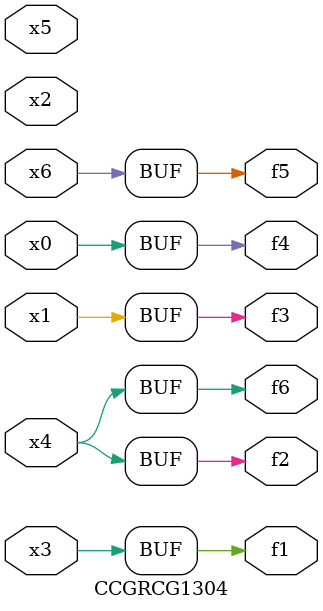
<source format=v>
module CCGRCG1304(
	input x0, x1, x2, x3, x4, x5, x6,
	output f1, f2, f3, f4, f5, f6
);
	assign f1 = x3;
	assign f2 = x4;
	assign f3 = x1;
	assign f4 = x0;
	assign f5 = x6;
	assign f6 = x4;
endmodule

</source>
